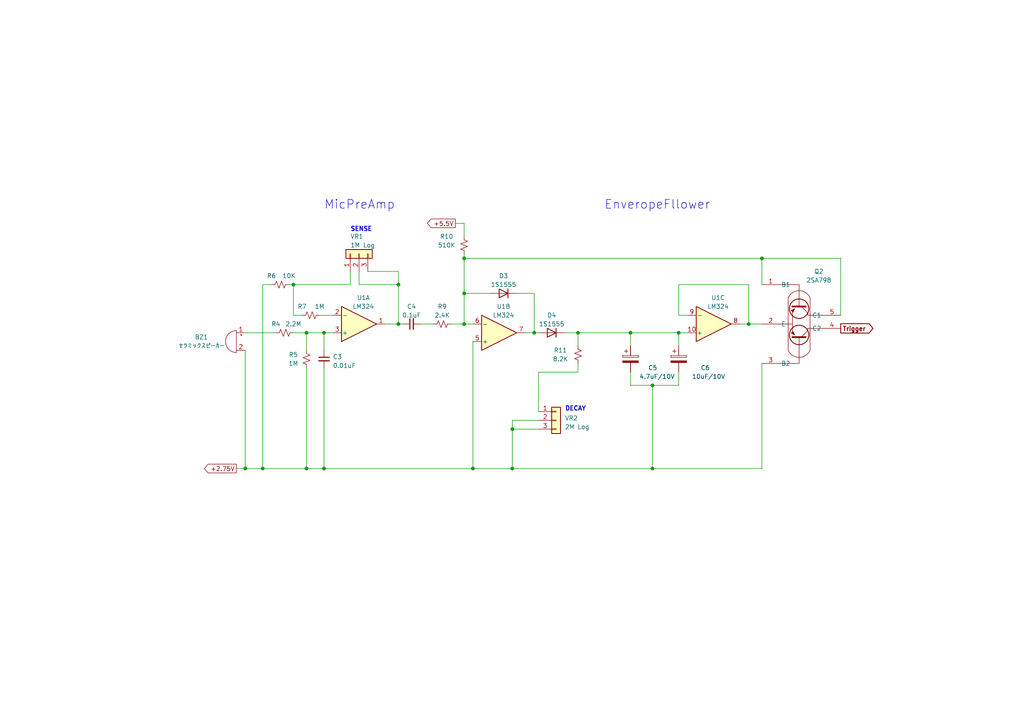
<source format=kicad_sch>
(kicad_sch (version 20230121) (generator eeschema)
  (paper "A4")
  (lib_symbols
    (symbol "Amplifier_Operational:LM324" (pin_names (offset 0.127))
      (property "Reference" "U" (at 0 5.08 0))
      (property "Value" "LM324" (at 0 -5.08 0))
      (symbol "LM324_1_1"
        (polyline (pts (xy -5.08 5.08) (xy 5.08 0) (xy -5.08 -5.08) (xy -5.08 5.08)) (stroke (width 0.254)) (fill (type background)))
        (pin output line (at 7.62 0 180) (length 2.54) (name "~") (number "1"))
        (pin input line (at -7.62 -2.54 0) (length 2.54) (name "-") (number "2"))
        (pin input line (at -7.62 2.54 0) (length 2.54) (name "+") (number "3"))
      )
      (symbol "LM324_2_1"
        (polyline (pts (xy -5.08 5.08) (xy 5.08 0) (xy -5.08 -5.08) (xy -5.08 5.08)) (stroke (width 0.254)) (fill (type background)))
        (pin input line (at -7.62 2.54 0) (length 2.54) (name "+") (number "5"))
        (pin input line (at -7.62 -2.54 0) (length 2.54) (name "-") (number "6"))
        (pin output line (at 7.62 0 180) (length 2.54) (name "~") (number "7"))
      )
      (symbol "LM324_3_1"
        (polyline (pts (xy -5.08 5.08) (xy 5.08 0) (xy -5.08 -5.08) (xy -5.08 5.08)) (stroke (width 0.254)) (fill (type background)))
        (pin input line (at -7.62 2.54 0) (length 2.54) (name "+") (number "10"))
        (pin output line (at 7.62 0 180) (length 2.54) (name "~") (number "8"))
        (pin input line (at -7.62 -2.54 0) (length 2.54) (name "-") (number "9"))
      )
      (symbol "LM324_4_1"
        (polyline (pts (xy -5.08 5.08) (xy 5.08 0) (xy -5.08 -5.08) (xy -5.08 5.08)) (stroke (width 0.254)) (fill (type background)))
        (pin input line (at -7.62 2.54 0) (length 2.54) (name "+") (number "12"))
        (pin input line (at -7.62 -2.54 0) (length 2.54) (name "-") (number "13"))
        (pin output line (at 7.62 0 180) (length 2.54) (name "~") (number "14"))
      )
      (symbol "LM324_5_1"
        (pin power_in line (at -2.54 -7.62 90) (length 3.81) (name "V-") (number "11"))
        (pin power_in line (at -2.54 7.62 270) (length 3.81) (name "V+") (number "4"))
      )
    )
    (symbol "Connector_Generic:Conn_01x03" (pin_names (offset 1.016) hide)
      (property "Reference" "J" (at 0 5.08 0))
      (property "Value" "Conn_01x03" (at 0 -5.08 0))
      (symbol "Conn_01x03_1_1"
        (rectangle (start -1.27 -2.413) (end 0 -2.667) (stroke (width 0.1524)))
        (rectangle (start -1.27 0.127) (end 0 -0.127) (stroke (width 0.1524)))
        (rectangle (start -1.27 2.667) (end 0 2.413) (stroke (width 0.1524)))
        (rectangle (start -1.27 3.81) (end 1.27 -3.81) (stroke (width 0.254)) (fill (type background)))
        (pin passive line (at -5.08 2.54 0) (length 3.81) (name "Pin_1") (number "1"))
        (pin passive line (at -5.08 0 0) (length 3.81) (name "Pin_2") (number "2"))
        (pin passive line (at -5.08 -2.54 0) (length 3.81) (name "Pin_3") (number "3"))
      )
    )
    (symbol "Device:Buzzer" (pin_names (offset 0.0254) hide)
      (property "Reference" "BZ" (at 3.81 1.27 0))
      (property "Value" "Buzzer" (at 3.81 -1.27 0))
      (symbol "Buzzer_0_1"
        (arc (start 0 -3.175) (mid 3.1612 0) (end 0 3.175))
        (polyline (pts (xy -1.651 1.905) (xy -1.143 1.905)))
        (polyline (pts (xy -1.397 2.159) (xy -1.397 1.651)))
        (polyline (pts (xy 0 3.175) (xy 0 -3.175)))
      )
      (symbol "Buzzer_1_1"
        (pin passive line (at -2.54 2.54 0) (length 2.54) (name "-") (number "1"))
        (pin passive line (at -2.54 -2.54 0) (length 2.54) (name "+") (number "2"))
      )
    )
    (symbol "Device:C_Polarized" (pin_numbers hide) (pin_names (offset 0.254))
      (property "Reference" "C" (at 0.635 2.54 0))
      (property "Value" "C_Polarized" (at 0.635 -2.54 0))
      (symbol "C_Polarized_0_1"
        (rectangle (start -2.286 0.508) (end 2.286 1.016))
        (polyline (pts (xy -1.778 2.286) (xy -0.762 2.286)))
        (polyline (pts (xy -1.27 2.794) (xy -1.27 1.778)))
        (rectangle (start 2.286 -0.508) (end -2.286 -1.016) (fill (type outline)))
      )
      (symbol "C_Polarized_1_1"
        (pin passive line (at 0 3.81 270) (length 2.794) (name "~") (number "1"))
        (pin passive line (at 0 -3.81 90) (length 2.794) (name "~") (number "2"))
      )
    )
    (symbol "Device:C_Small" (pin_numbers hide) (pin_names (offset 0.254) hide)
      (property "Reference" "C" (at 0.254 1.778 0))
      (property "Value" "C_Small" (at 0.254 -2.032 0))
      (symbol "C_Small_0_1"
        (polyline (pts (xy -1.524 -0.508) (xy 1.524 -0.508)) (stroke (width 0.3302)))
        (polyline (pts (xy -1.524 0.508) (xy 1.524 0.508)) (stroke (width 0.3048)))
      )
      (symbol "C_Small_1_1"
        (pin passive line (at 0 2.54 270) (length 2.032) (name "~") (number "1"))
        (pin passive line (at 0 -2.54 90) (length 2.032) (name "~") (number "2"))
      )
    )
    (symbol "Device:D" (pin_numbers hide) (pin_names (offset 1.016) hide)
      (property "Reference" "D" (at 0 2.54 0))
      (property "Value" "D" (at 0 -2.54 0))
      (symbol "D_0_1"
        (polyline (pts (xy -1.27 1.27) (xy -1.27 -1.27)) (stroke (width 0.254)))
        (polyline (pts (xy 1.27 0) (xy -1.27 0)))
        (polyline (pts (xy 1.27 1.27) (xy 1.27 -1.27) (xy -1.27 0) (xy 1.27 1.27)) (stroke (width 0.254)))
      )
      (symbol "D_1_1"
        (pin passive line (at -3.81 0 0) (length 2.54) (name "K") (number "1"))
        (pin passive line (at 3.81 0 180) (length 2.54) (name "A") (number "2"))
      )
    )
    (symbol "Device:R_Small_US" (pin_numbers hide) (pin_names (offset 0.254) hide)
      (property "Reference" "R" (at 0.762 0.508 0))
      (property "Value" "R_Small_US" (at 0.762 -1.016 0))
      (symbol "R_Small_US_1_1"
        (polyline (pts (xy 0 0) (xy 1.016 -0.381) (xy 0 -0.762) (xy -1.016 -1.143) (xy 0 -1.524)))
        (polyline (pts (xy 0 1.524) (xy 1.016 1.143) (xy 0 0.762) (xy -1.016 0.381) (xy 0 0)))
        (pin passive line (at 0 2.54 270) (length 1.016) (name "~") (number "1"))
        (pin passive line (at 0 -2.54 90) (length 1.016) (name "~") (number "2"))
      )
    )
    (symbol "SamacSys_Parts:HN4A06J_TE85L,F_"
      (property "Reference" "Q" (at 19.05 7.62 0))
      (property "Value" "HN4A06J_TE85L,F_" (at 19.05 5.08 0))
      (symbol "HN4A06J_TE85L,F__0_1"
        (polyline (pts (xy 7.62 16.51) (xy 5.08 16.51)))
        (polyline (pts (xy 7.62 16.51) (xy 8.89 16.51)))
        (polyline (pts (xy 7.62 24.13) (xy 7.62 8.89)))
        (polyline (pts (xy 8.89 20.32) (xy 8.89 13.97)))
        (polyline (pts (xy 11.43 12.7) (xy 13.335 14.605)))
        (polyline (pts (xy 11.43 21.59) (xy 13.335 19.685)))
        (polyline (pts (xy 13.335 15.24) (xy 13.335 14.605)))
        (polyline (pts (xy 13.335 19.05) (xy 13.335 19.685)))
        (polyline (pts (xy 13.97 24.13) (xy 13.97 8.89)))
        (polyline (pts (xy 17.78 15.24) (xy 13.335 15.24)))
        (polyline (pts (xy 17.78 19.05) (xy 13.335 19.05)))
        (polyline (pts (xy 5.08 5.08) (xy 10.795 5.08) (xy 10.795 12.7)))
        (polyline (pts (xy 5.08 27.94) (xy 10.795 27.94) (xy 10.795 21.59)))
        (polyline (pts (xy 12.7 12.7) (xy 8.89 12.7) (xy 8.89 12.7)) (stroke (width 0.508)))
        (polyline (pts (xy 12.7 21.59) (xy 8.89 21.59) (xy 8.89 21.59)) (stroke (width 0.508)))
        (polyline (pts (xy 9.017 14.351) (xy 8.509 13.843) (xy 9.525 13.335) (xy 9.017 14.351) (xy 9.017 14.351)) (fill (type outline)))
        (polyline (pts (xy 9.017 19.939) (xy 8.509 20.447) (xy 9.525 20.955) (xy 9.017 19.939) (xy 9.017 19.939)) (fill (type outline)))
        (arc (start 7.62 8.89) (mid 10.795 6.8413) (end 13.97 8.89))
        (circle (center 10.795 13.335) (radius 2.8194) (stroke (width 0.254)))
        (circle (center 10.795 20.955) (radius 2.8194) (stroke (width 0.254)))
        (arc (start 13.97 24.13) (mid 10.795 26.179) (end 7.62 24.13))
      )
      (symbol "HN4A06J_TE85L,F__1_1"
        (pin passive line (at 0 27.94 0) (length 5.08) (name "B1") (number "1"))
        (pin passive line (at 0 16.51 0) (length 5.08) (name "E") (number "2"))
        (pin passive line (at 0 5.08 0) (length 5.08) (name "B2") (number "3"))
        (pin passive line (at 22.86 15.24 180) (length 5.08) (name "C2") (number "4"))
        (pin passive line (at 22.86 19.05 180) (length 5.08) (name "C1") (number "5"))
      )
    )
  )
  (junction (at 134.62 85.09))
  (junction (at 137.16 135.89))
  (junction (at 71.12 135.89))
  (junction (at 93.98 96.52))
  (junction (at 189.23 111.76))
  (junction (at 134.62 74.93))
  (junction (at 85.09 82.55))
  (junction (at 217.17 93.98))
  (junction (at 148.59 124.46))
  (junction (at 76.2 135.89))
  (junction (at 220.98 74.93))
  (junction (at 189.23 135.89))
  (junction (at 134.62 93.98))
  (junction (at 196.85 96.52))
  (junction (at 148.59 135.89))
  (junction (at 93.98 135.89))
  (junction (at 88.9 135.89))
  (junction (at 88.9 96.52))
  (junction (at 115.57 82.55))
  (junction (at 115.57 93.98))
  (junction (at 167.64 96.52))
  (junction (at 154.94 96.52))
  (junction (at 182.88 96.52))
  (wire (pts (xy 88.9 135.89) (xy 93.98 135.89)))
  (wire (pts (xy 104.14 82.55) (xy 115.57 82.55)))
  (wire (pts (xy 93.98 106.68) (xy 93.98 135.89)))
  (wire (pts (xy 182.88 111.76) (xy 189.23 111.76)))
  (wire (pts (xy 167.64 105.41) (xy 167.64 107.95)))
  (wire (pts (xy 121.92 93.98) (xy 125.73 93.98)))
  (wire (pts (xy 71.12 101.6) (xy 71.12 135.89)))
  (wire (pts (xy 154.94 96.52) (xy 156.21 96.52)))
  (wire (pts (xy 163.83 96.52) (xy 167.64 96.52)))
  (wire (pts (xy 149.86 85.09) (xy 154.94 85.09)))
  (wire (pts (xy 167.64 107.95) (xy 156.21 107.95)))
  (wire (pts (xy 88.9 106.68) (xy 88.9 135.89)))
  (wire (pts (xy 134.62 93.98) (xy 137.16 93.98)))
  (wire (pts (xy 88.9 96.52) (xy 93.98 96.52)))
  (wire (pts (xy 148.59 124.46) (xy 148.59 135.89)))
  (wire (pts (xy 220.98 105.41) (xy 220.98 135.89)))
  (wire (pts (xy 156.21 121.92) (xy 148.59 121.92)))
  (wire (pts (xy 76.2 135.89) (xy 88.9 135.89)))
  (wire (pts (xy 85.09 96.52) (xy 88.9 96.52)))
  (wire (pts (xy 130.81 93.98) (xy 134.62 93.98)))
  (wire (pts (xy 137.16 135.89) (xy 93.98 135.89)))
  (wire (pts (xy 167.64 96.52) (xy 167.64 100.33)))
  (wire (pts (xy 115.57 93.98) (xy 116.84 93.98)))
  (wire (pts (xy 196.85 96.52) (xy 182.88 96.52)))
  (wire (pts (xy 167.64 96.52) (xy 182.88 96.52)))
  (wire (pts (xy 137.16 135.89) (xy 148.59 135.89)))
  (wire (pts (xy 76.2 82.55) (xy 76.2 135.89)))
  (wire (pts (xy 196.85 111.76) (xy 196.85 107.95)))
  (wire (pts (xy 115.57 93.98) (xy 115.57 82.55)))
  (wire (pts (xy 115.57 78.74) (xy 115.57 82.55)))
  (wire (pts (xy 134.62 85.09) (xy 134.62 93.98)))
  (wire (pts (xy 217.17 93.98) (xy 217.17 82.55)))
  (wire (pts (xy 92.71 91.44) (xy 96.52 91.44)))
  (wire (pts (xy 101.6 78.74) (xy 101.6 82.55)))
  (wire (pts (xy 196.85 96.52) (xy 196.85 100.33)))
  (wire (pts (xy 152.4 96.52) (xy 154.94 96.52)))
  (wire (pts (xy 137.16 99.06) (xy 137.16 135.89)))
  (wire (pts (xy 199.39 96.52) (xy 196.85 96.52)))
  (wire (pts (xy 71.12 135.89) (xy 76.2 135.89)))
  (wire (pts (xy 68.58 135.89) (xy 71.12 135.89)))
  (wire (pts (xy 101.6 82.55) (xy 85.09 82.55)))
  (wire (pts (xy 243.84 91.44) (xy 243.84 74.93)))
  (wire (pts (xy 134.62 64.77) (xy 134.62 68.58)))
  (wire (pts (xy 134.62 74.93) (xy 134.62 85.09)))
  (wire (pts (xy 214.63 93.98) (xy 217.17 93.98)))
  (wire (pts (xy 148.59 121.92) (xy 148.59 124.46)))
  (wire (pts (xy 85.09 82.55) (xy 85.09 91.44)))
  (wire (pts (xy 182.88 107.95) (xy 182.88 111.76)))
  (wire (pts (xy 83.82 82.55) (xy 85.09 82.55)))
  (wire (pts (xy 189.23 111.76) (xy 196.85 111.76)))
  (wire (pts (xy 111.76 93.98) (xy 115.57 93.98)))
  (wire (pts (xy 93.98 96.52) (xy 96.52 96.52)))
  (wire (pts (xy 189.23 111.76) (xy 189.23 135.89)))
  (wire (pts (xy 104.14 78.74) (xy 104.14 82.55)))
  (wire (pts (xy 134.62 85.09) (xy 142.24 85.09)))
  (wire (pts (xy 182.88 96.52) (xy 182.88 100.33)))
  (wire (pts (xy 220.98 74.93) (xy 220.98 82.55)))
  (wire (pts (xy 217.17 82.55) (xy 196.85 82.55)))
  (wire (pts (xy 196.85 82.55) (xy 196.85 91.44)))
  (wire (pts (xy 132.08 64.77) (xy 134.62 64.77)))
  (wire (pts (xy 134.62 73.66) (xy 134.62 74.93)))
  (wire (pts (xy 196.85 91.44) (xy 199.39 91.44)))
  (wire (pts (xy 148.59 124.46) (xy 156.21 124.46)))
  (wire (pts (xy 156.21 107.95) (xy 156.21 119.38)))
  (wire (pts (xy 243.84 74.93) (xy 220.98 74.93)))
  (wire (pts (xy 87.63 91.44) (xy 85.09 91.44)))
  (wire (pts (xy 154.94 85.09) (xy 154.94 96.52)))
  (wire (pts (xy 220.98 135.89) (xy 189.23 135.89)))
  (wire (pts (xy 78.74 82.55) (xy 76.2 82.55)))
  (wire (pts (xy 88.9 96.52) (xy 88.9 101.6)))
  (wire (pts (xy 217.17 93.98) (xy 220.98 93.98)))
  (wire (pts (xy 115.57 78.74) (xy 106.68 78.74)))
  (wire (pts (xy 71.12 96.52) (xy 80.01 96.52)))
  (wire (pts (xy 93.98 96.52) (xy 93.98 101.6)))
  (wire (pts (xy 134.62 74.93) (xy 220.98 74.93)))
  (wire (pts (xy 148.59 135.89) (xy 189.23 135.89)))
  (text "DECAY" (at 163.83 119.38 0) (effects (font (size 1.27 1.27) bold) (justify left bottom)))
  (text "EnveropeFllower" (at 175.26 60.96 0) (effects (font (size 2.54 2.54)) (justify left bottom)))
  (text "SENSE" (at 101.6 67.31 0) (effects (font (size 1.27 1.27) bold) (justify left bottom)))
  (text "MicPreAmp" (at 93.98 60.96 0) (effects (font (size 2.54 2.54)) (justify left bottom)))
  (global_label "Trigger" (shape output) (at 243.84 95.25 0) (effects (font bold)) (property "Intersheetrefs" "${INTERSHEET_REFS}" (effects hide)))
  (global_label "+2.75V" (shape output) (at 68.58 135.89 180) (property "Intersheetrefs" "${INTERSHEET_REFS}" (effects hide)))
  (global_label "+5.5V" (shape output) (at 132.08 64.77 180) (property "Intersheetrefs" "${INTERSHEET_REFS}" (effects hide)))
  (symbol (lib_id "Device:C_Polarized") (at 182.88 104.14 0) (unit 1)
    (property "Reference" "C5" (at 187.96 106.68 0) (effects (justify left)))
    (property "Value" "4.7uF/10V" (at 185.42 109.22 0) (effects (justify left)))
    (property "Footprint" "Capacitor_THT:CP_Radial_D5.0mm_P2.00mm" (effects hide))
  )
  (symbol (lib_id "Device:C_Polarized") (at 196.85 104.14 0) (unit 1)
    (property "Reference" "C6" (at 203.2 106.68 0) (effects (justify left)))
    (property "Value" "10uF/10V" (at 200.66 109.22 0) (effects (justify left)))
    (property "Footprint" "Capacitor_THT:CP_Radial_D5.0mm_P2.00mm" (effects hide))
  )
  (symbol (lib_id "Amplifier_Operational:LM324") (at 104.14 93.98 0) (mirror x) (unit 1)
    (property "Reference" "U1" (at 105.41 86.36 0))
    (property "Value" "LM324" (at 105.41 88.9 0))
    (property "Footprint" "Package_DIP:DIP-14_W7.62mm_LongPads" (effects hide))
    (property "Datasheet" "http://www.ti.com/lit/ds/symlink/lm2902-n.pdf" (effects hide))
  )
  (symbol (lib_id "Device:R_Small_US") (at 128.27 93.98 90) (unit 1)
    (property "Reference" "R9" (at 128.27 88.9 90))
    (property "Value" "2.4K" (at 128.27 91.44 90))
    (property "Footprint" "Resistor_THT:R_Axial_DIN0207_L6.3mm_D2.5mm_P10.16mm_Horizontal" (effects hide))
  )
  (symbol (lib_id "Device:R_Small_US") (at 88.9 104.14 180) (unit 1)
    (property "Reference" "R5" (at 85.09 102.87 0))
    (property "Value" "1M" (at 85.09 105.41 0))
    (property "Footprint" "Resistor_THT:R_Axial_DIN0207_L6.3mm_D2.5mm_P10.16mm_Horizontal" (effects hide))
    (instances (project "Effector81_SynthDrum" (path "" (reference "R5") (unit 1)) (path "" (reference "R6") (unit 1))))
  )
  (symbol (lib_id "SamacSys_Parts:HN4A06J_TE85L,F_") (at 220.98 110.49 0) (unit 1)
    (property "Reference" "Q2" (at 237.49 78.74 0))
    (property "Value" "2SA798" (at 237.49 81.28 0))
    (property "Footprint" "HN4A06JTE85LF" (effects hide))
    (property "Datasheet" "https://toshiba.semicon-storage.com/info/HN4A06J_datasheet_en_20140301.pdf?did=22321" (effects hide))
    (property "Height" "1.4" (effects hide))
    (property "Manufacturer_Name" "Toshiba" (effects hide))
    (property "Manufacturer_Part_Number" "HN4A06J(TE85L,F)" (effects hide))
    (property "Mouser Part Number" "757-HN4A06JTE85LF" (effects hide))
    (property "Mouser Price/Stock" "https://www.mouser.co.uk/ProductDetail/Toshiba/HN4A06JTE85LF?qs=3kEcuH7qFheOWPWQLSYOfw%3D%3D" (effects hide))
  )
  (symbol (lib_id "Device:C_Small") (at 93.98 104.14 0) (unit 1)
    (property "Reference" "C3" (at 96.52 103.5113 0) (effects (justify left)))
    (property "Value" "0.01uF" (at 96.52 106.0513 0) (effects (justify left)))
    (property "Footprint" "Capacitor_THT:C_Axial_L3.8mm_D2.6mm_P7.50mm_Horizontal" (effects hide))
  )
  (symbol (lib_id "Amplifier_Operational:LM324") (at 207.01 93.98 0) (mirror x) (unit 3)
    (property "Reference" "U1" (at 208.28 86.36 0))
    (property "Value" "LM324" (at 208.28 88.9 0))
    (property "Footprint" "Package_DIP:DIP-14_W7.62mm_LongPads" (effects hide))
    (property "Datasheet" "http://www.ti.com/lit/ds/symlink/lm2902-n.pdf" (effects hide))
  )
  (symbol (lib_id "Device:D") (at 146.05 85.09 180) (unit 1)
    (property "Reference" "D3" (at 146.05 80.01 0))
    (property "Value" "1S1555" (at 146.05 82.55 0))
    (property "Footprint" "Diode_THT:D_DO-35_SOD27_P7.62mm_Horizontal" (effects hide))
    (property "Sim.Device" "D" (effects hide))
    (property "Sim.Pins" "1=K 2=A" (effects hide))
  )
  (symbol (lib_id "Device:Buzzer") (at 68.58 99.06 0) (mirror y) (unit 1)
    (property "Reference" "BZ1" (at 58.42 97.79 0))
    (property "Value" "セラミックスピーカー" (at 58.42 100.33 0))
    (property "Footprint" "Connector_PinHeader_2.54mm:PinHeader_1x02_P2.54mm_Vertical" (effects hide))
  )
  (symbol (lib_id "Device:R_Small_US") (at 81.28 82.55 90) (unit 1)
    (property "Reference" "R6" (at 78.74 80.01 90))
    (property "Value" "10K" (at 83.82 80.01 90))
    (property "Footprint" "Resistor_THT:R_Axial_DIN0207_L6.3mm_D2.5mm_P10.16mm_Horizontal" (effects hide))
    (instances (project "Effector81_SynthDrum" (path "" (reference "R6") (unit 1)) (path "" (reference "R4") (unit 1))))
  )
  (symbol (lib_id "Device:R_Small_US") (at 167.64 102.87 180) (unit 1)
    (property "Reference" "R11" (at 162.56 101.6 0))
    (property "Value" "8.2K" (at 162.56 104.14 0))
    (property "Footprint" "Resistor_THT:R_Axial_DIN0207_L6.3mm_D2.5mm_P10.16mm_Horizontal" (effects hide))
  )
  (symbol (lib_id "Device:C_Small") (at 119.38 93.98 90) (unit 1)
    (property "Reference" "C4" (at 119.3863 88.9 90))
    (property "Value" "0.1uF" (at 119.3863 91.44 90))
    (property "Footprint" "Capacitor_THT:C_Axial_L3.8mm_D2.6mm_P7.50mm_Horizontal" (effects hide))
  )
  (symbol (lib_id "Device:D") (at 160.02 96.52 180) (unit 1)
    (property "Reference" "D4" (at 160.02 91.44 0))
    (property "Value" "1S1555" (at 160.02 93.98 0))
    (property "Footprint" "Diode_THT:D_DO-35_SOD27_P7.62mm_Horizontal" (effects hide))
    (property "Sim.Device" "D" (effects hide))
    (property "Sim.Pins" "1=K 2=A" (effects hide))
  )
  (symbol (lib_id "Device:R_Small_US") (at 90.17 91.44 90) (unit 1)
    (property "Reference" "R7" (at 87.63 88.9 90))
    (property "Value" "1M" (at 92.71 88.9 90))
    (property "Footprint" "Resistor_THT:R_Axial_DIN0207_L6.3mm_D2.5mm_P10.16mm_Horizontal" (effects hide))
  )
  (symbol (lib_id "Connector_Generic:Conn_01x03") (at 161.29 121.92 0) (unit 1)
    (property "Reference" "VR2" (at 163.83 121.285 0) (effects (justify left)))
    (property "Value" "2M Log" (at 163.83 123.825 0) (effects (justify left)))
    (property "Footprint" "Connector_PinHeader_2.54mm:PinHeader_1x03_P2.54mm_Vertical" (effects hide))
  )
  (symbol (lib_id "Amplifier_Operational:LM324") (at 144.78 96.52 0) (mirror x) (unit 2)
    (property "Reference" "U1" (at 146.05 88.9 0))
    (property "Value" "LM324" (at 146.05 91.44 0))
    (property "Footprint" "Package_DIP:DIP-14_W7.62mm_LongPads" (effects hide))
    (property "Datasheet" "http://www.ti.com/lit/ds/symlink/lm2902-n.pdf" (effects hide))
  )
  (symbol (lib_id "Device:R_Small_US") (at 82.55 96.52 90) (unit 1)
    (property "Reference" "R4" (at 80.01 93.98 90))
    (property "Value" "2.2M" (at 85.09 93.98 90))
    (property "Footprint" "Resistor_THT:R_Axial_DIN0207_L6.3mm_D2.5mm_P10.16mm_Horizontal" (effects hide))
    (instances (project "Effector81_SynthDrum" (path "" (reference "R4") (unit 1)) (path "" (reference "R5") (unit 1))))
  )
  (symbol (lib_id "Connector_Generic:Conn_01x03") (at 104.14 73.66 90) (unit 1)
    (property "Reference" "VR1" (at 101.6 68.58 90) (effects (justify right)))
    (property "Value" "1M Log" (at 101.6 71.12 90) (effects (justify right)))
    (property "Footprint" "Connector_PinHeader_2.54mm:PinHeader_1x03_P2.54mm_Vertical" (effects hide))
  )
  (symbol (lib_id "Device:R_Small_US") (at 134.62 71.12 180) (unit 1)
    (property "Reference" "R10" (at 129.54 68.58 0))
    (property "Value" "510K" (at 129.54 71.12 0))
    (property "Footprint" "Resistor_THT:R_Axial_DIN0207_L6.3mm_D2.5mm_P10.16mm_Horizontal" (effects hide))
  )
)
</source>
